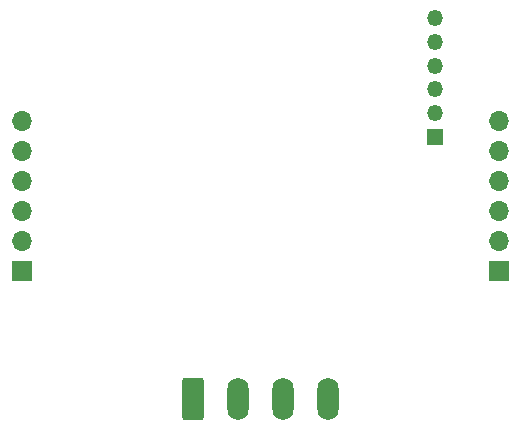
<source format=gbr>
%TF.GenerationSoftware,KiCad,Pcbnew,(7.0.0)*%
%TF.CreationDate,2023-03-19T21:05:42+01:00*%
%TF.ProjectId,ESP32-Touch_board,45535033-322d-4546-9f75-63685f626f61,rev?*%
%TF.SameCoordinates,Original*%
%TF.FileFunction,Soldermask,Bot*%
%TF.FilePolarity,Negative*%
%FSLAX46Y46*%
G04 Gerber Fmt 4.6, Leading zero omitted, Abs format (unit mm)*
G04 Created by KiCad (PCBNEW (7.0.0)) date 2023-03-19 21:05:42*
%MOMM*%
%LPD*%
G01*
G04 APERTURE LIST*
G04 Aperture macros list*
%AMRoundRect*
0 Rectangle with rounded corners*
0 $1 Rounding radius*
0 $2 $3 $4 $5 $6 $7 $8 $9 X,Y pos of 4 corners*
0 Add a 4 corners polygon primitive as box body*
4,1,4,$2,$3,$4,$5,$6,$7,$8,$9,$2,$3,0*
0 Add four circle primitives for the rounded corners*
1,1,$1+$1,$2,$3*
1,1,$1+$1,$4,$5*
1,1,$1+$1,$6,$7*
1,1,$1+$1,$8,$9*
0 Add four rect primitives between the rounded corners*
20,1,$1+$1,$2,$3,$4,$5,0*
20,1,$1+$1,$4,$5,$6,$7,0*
20,1,$1+$1,$6,$7,$8,$9,0*
20,1,$1+$1,$8,$9,$2,$3,0*%
G04 Aperture macros list end*
%ADD10RoundRect,0.250000X-0.650000X-1.550000X0.650000X-1.550000X0.650000X1.550000X-0.650000X1.550000X0*%
%ADD11O,1.800000X3.600000*%
%ADD12R,1.350000X1.350000*%
%ADD13O,1.350000X1.350000*%
%ADD14R,1.700000X1.700000*%
%ADD15O,1.700000X1.700000*%
G04 APERTURE END LIST*
D10*
%TO.C,J1*%
X67185000Y-130800000D03*
D11*
X70994999Y-130799999D03*
X74804999Y-130799999D03*
X78614999Y-130799999D03*
%TD*%
D12*
%TO.C,J5*%
X87664999Y-108534999D03*
D13*
X87664999Y-106534999D03*
X87664999Y-104534999D03*
X87664999Y-102534999D03*
X87664999Y-100534999D03*
X87664999Y-98534999D03*
%TD*%
D14*
%TO.C,J4*%
X52729999Y-119884999D03*
D15*
X52729999Y-117344999D03*
X52729999Y-114804999D03*
X52729999Y-112264999D03*
X52729999Y-109724999D03*
X52729999Y-107184999D03*
%TD*%
D14*
%TO.C,J2*%
X93089999Y-119884999D03*
D15*
X93089999Y-117344999D03*
X93089999Y-114804999D03*
X93089999Y-112264999D03*
X93089999Y-109724999D03*
X93089999Y-107184999D03*
%TD*%
M02*

</source>
